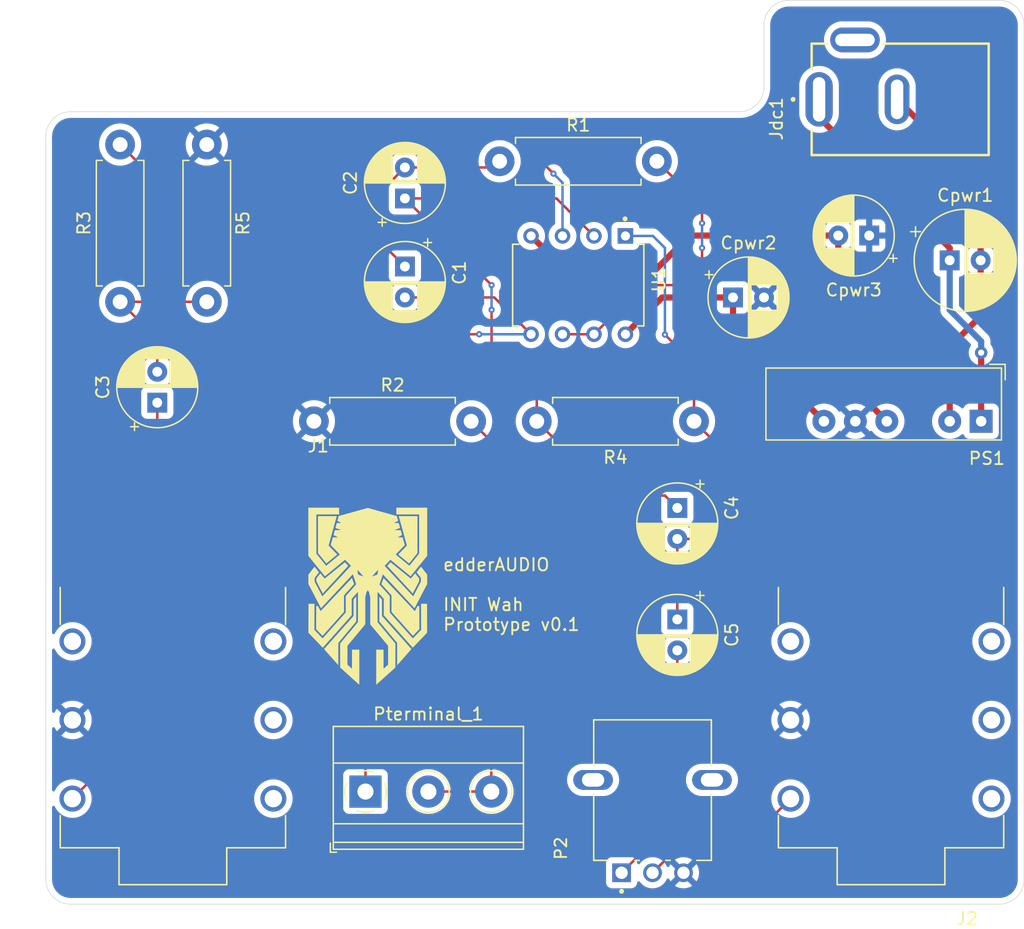
<source format=kicad_pcb>
(kicad_pcb (version 20240108) (generator "pcbnew") (generator_version "8.0")
  (layers (0 "F.Cu" signal) (31 "B.Cu" signal) (34 "B.Paste" user) (35 "F.Paste" user) (36 "B.SilkS" user "B.Silkscreen") (37 "F.SilkS" user "F.Silkscreen") (38 "B.Mask" user) (39 "F.Mask" user) (44 "Edge.Cuts" user))
  (net 0 "")
  (net 1 "Net-(C1-Pad1)")
  (net 2 "Net-(U1A-1IN-)")
  (net 3 "Net-(C3-Pad1)")
  (net 4 "Net-(C3-Pad2)")
  (net 5 "Net-(U1A-1OUT)")
  (net 6 "Net-(C5-Pad2)")
  (net 7 "+12V")
  (net 8 "GND")
  (net 9 "-12V")
  (net 10 "Net-(PS1-+Vin)")
  (net 11 "Net-(PS1--Vin)")
  (net 17 "Net-(J2-PadT)")
  (net 22 "Net-(U1B-2IN-)")
  (net 23 "Net-(U1A-1IN+)")
  (net 24 "Net-(Pterminal_1-Pin_1)")
  (net 25 "Net-(Pterminal_1-Pin_2)")
  (footprint "Capacitor_THT:CP_Radial_D6.3mm_P2.50mm" (layer "F.Cu") (at 221.5 102)
    (property "Reference" "Cpwr2" (at 1.25 -4.4 0) (layer "F.SilkS"))
    (property "Value" "2.2u")
    (pad "1" thru_hole rect (at 0 0) (size 1.6 1.6) (drill 0.8) (layers "*.Cu" "*.Mask") (net 7 "+12V"))
    (pad "2" thru_hole circle (at 2.5 0) (size 1.6 1.6) (drill 0.8) (layers "*.Cu" "*.Mask") (net 8 "GND"))
  )
  (footprint "Jack DCJ200 DC_2.1_THT:GCT_DCJ200-10-A-XX-K_REVA" (layer "F.Cu") (at 235 86 90)
    (property "Reference" "Jdc1" (at -1.575 -10 -90) (layer "F.SilkS"))
    (property "Value" "DC 9V")
    (pad "1" thru_hole oval (at 0 -6.55 90) (size 4.4 2.2) (drill oval 3.6 1) (layers "*.Cu" "*.Mask") (net 10 "Net-(PS1-+Vin)"))
    (pad "2" thru_hole oval (at 0 -0.25 90) (size 4 2) (drill oval 3.2 1) (layers "*.Cu" "*.Mask") (net 11 "Net-(PS1--Vin)"))
    (pad "3" thru_hole oval (at 4.8 -3.65 90) (size 2 4) (drill oval 1 3.2) (layers "*.Cu" "*.Mask"))
  )
  (footprint "TRS_JACK_6.3mm:NEUTRIK_NMJ6HFD2-AU" (layer "F.Cu") (at 176.26175 125.425 180)
    (property "Reference" "J1" (at -11.73825 11.425 180) (layer "F.SilkS"))
    (property "Value" "Input Jack")
    (pad "R" thru_hole circle (at 8.115 -10.7 180) (size 2.1 2.1) (drill 1.4) (layers "*.Cu" "*.Mask") (net 8 "GND"))
    (pad "RN" thru_hole circle (at -8.115 -10.7 180) (size 2.1 2.1) (drill 1.4) (layers "*.Cu" "*.Mask"))
    (pad "S" thru_hole circle (at 8.115 -4.35 180) (size 2.1 2.1) (drill 1.4) (layers "*.Cu" "*.Mask"))
    (pad "SN" thru_hole circle (at -8.115 -4.35 180) (size 2.1 2.1) (drill 1.4) (layers "*.Cu" "*.Mask"))
    (pad "T" thru_hole circle (at 8.115 -17.05 180) (size 2.1 2.1) (drill 1.4) (layers "*.Cu" "*.Mask") (net 3 "Net-(C3-Pad1)"))
    (pad "TN" thru_hole circle (at -8.115 -17.05 180) (size 2.1 2.1) (drill 1.4) (layers "*.Cu" "*.Mask"))
  )
  (footprint "Converter_DCDC:Converter_DCDC_XP_POWER-IAxxxxS_THT" (layer "F.Cu") (at 241.54 112 -90)
    (property "Reference" "PS1" (at 3 -0.46 180) (layer "F.SilkS"))
    (property "Value" "IA1209S")
    (pad "1" thru_hole rect (at 0 0 270) (size 1.85 1.85) (drill 0.85) (layers "*.Cu" "*.Mask") (net 10 "Net-(PS1-+Vin)"))
    (pad "2" thru_hole circle (at 0 2.54 270) (size 1.85 1.85) (drill 0.85) (layers "*.Cu" "*.Mask") (net 11 "Net-(PS1--Vin)"))
    (pad "4" thru_hole circle (at 0 7.62 270) (size 1.85 1.85) (drill 0.85) (layers "*.Cu" "*.Mask") (net 9 "-12V"))
    (pad "5" thru_hole circle (at 0 10.16 270) (size 1.85 1.85) (drill 0.85) (layers "*.Cu" "*.Mask") (net 8 "GND"))
    (pad "6" thru_hole circle (at 0 12.7 270) (size 1.85 1.85) (drill 0.85) (layers "*.Cu" "*.Mask") (net 7 "+12V"))
  )
  (footprint "Capacitor_THT:CP_Radial_D6.3mm_P2.50mm" (layer "F.Cu") (at 195 99.5 -90)
    (property "Reference" "C1" (at 0.5 -4.4 90) (layer "F.SilkS"))
    (property "Value" "0.47u")
    (pad "1" thru_hole rect (at 0 0 270) (size 1.6 1.6) (drill 0.8) (layers "*.Cu" "*.Mask") (net 1 "Net-(C1-Pad1)"))
    (pad "2" thru_hole circle (at 2.5 0 270) (size 1.6 1.6) (drill 0.8) (layers "*.Cu" "*.Mask") (net 24 "Net-(Pterminal_1-Pin_1)"))
  )
  (footprint "Resistor_THT:R_Axial_DIN0411_L9.9mm_D3.6mm_P12.70mm_Horizontal" (layer "F.Cu") (at 202.65 91)
    (property "Reference" "R1" (at 6.35 -2.92 0) (layer "F.SilkS"))
    (property "Value" "100")
    (pad "1" thru_hole circle (at 0 0) (size 2.4 2.4) (drill 1.2) (layers "*.Cu" "*.Mask") (net 1 "Net-(C1-Pad1)"))
    (pad "2" thru_hole oval (at 12.7 0) (size 2.4 2.4) (drill 1.2) (layers "*.Cu" "*.Mask") (net 22 "Net-(U1B-2IN-)"))
  )
  (footprint "Gráficos:Kraken_15cm" (layer "F.Cu") (at 192 127)
    (property "Reference" "G***" (hide yes))
    (property "Value" "LOGO" (hide yes))
  )
  (footprint "TL072:TL072footprint" (layer "F.Cu") (at 209 101 -90)
    (property "Reference" "U1" (at -0.42932 -6.51912 90) (layer "F.SilkS") (effects (font (size 1.004583 1.004583))))
    (property "Value" "TL072")
    (pad "1" thru_hole rect (at -3.97 -3.81 270) (size 1.248 1.248) (drill 0.74) (layers "*.Cu" "*.Mask") (net 5 "Net-(U1A-1OUT)"))
    (pad "2" thru_hole circle (at -3.97 -1.27 270) (size 1.248 1.248) (drill 0.74) (layers "*.Cu" "*.Mask") (net 2 "Net-(U1A-1IN-)"))
    (pad "3" thru_hole circle (at -3.97 1.27 270) (size 1.248 1.248) (drill 0.74) (layers "*.Cu" "*.Mask") (net 23 "Net-(U1A-1IN+)"))
    (pad "4" thru_hole circle (at -3.97 3.81 270) (size 1.248 1.248) (drill 0.74) (layers "*.Cu" "*.Mask") (net 9 "-12V"))
    (pad "5" thru_hole circle (at 3.97 3.81 270) (size 1.248 1.248) (drill 0.74) (layers "*.Cu" "*.Mask") (net 24 "Net-(Pterminal_1-Pin_1)"))
    (pad "6" thru_hole circle (at 3.97 1.27 270) (size 1.248 1.248) (drill 0.74) (layers "*.Cu" "*.Mask") (net 22 "Net-(U1B-2IN-)"))
    (pad "7" thru_hole circle (at 3.97 -1.27 270) (size 1.248 1.248) (drill 0.74) (layers "*.Cu" "*.Mask") (net 22 "Net-(U1B-2IN-)"))
    (pad "8" thru_hole circle (at 3.97 -3.81 270) (size 1.248 1.248) (drill 0.74) (layers "*.Cu" "*.Mask") (net 7 "+12V"))
  )
  (footprint "Resistor_THT:R_Axial_DIN0411_L9.9mm_D3.6mm_P12.70mm_Horizontal" (layer "F.Cu") (at 172 102.35 90)
    (property "Reference" "R3" (at 6.35 -2.92 -90) (layer "F.SilkS"))
    (property "Value" "270k")
    (pad "1" thru_hole circle (at 0 0 90) (size 2.4 2.4) (drill 1.2) (layers "*.Cu" "*.Mask") (net 4 "Net-(C3-Pad2)"))
    (pad "2" thru_hole oval (at 12.7 0 90) (size 2.4 2.4) (drill 1.2) (layers "*.Cu" "*.Mask") (net 23 "Net-(U1A-1IN+)"))
  )
  (footprint "Resistor_THT:R_Axial_DIN0411_L9.9mm_D3.6mm_P12.70mm_Horizontal" (layer "F.Cu") (at 179 89.65 -90)
    (property "Reference" "R5" (at 6.35 -2.92 90) (layer "F.SilkS"))
    (property "Value" "10k")
    (pad "1" thru_hole circle (at 0 0 270) (size 2.4 2.4) (drill 1.2) (layers "*.Cu" "*.Mask") (net 8 "GND"))
    (pad "2" thru_hole oval (at 12.7 0 270) (size 2.4 2.4) (drill 1.2) (layers "*.Cu" "*.Mask") (net 4 "Net-(C3-Pad2)"))
  )
  (footprint "Capacitor_THT:CP_Radial_D6.3mm_P2.50mm" (layer "F.Cu") (at 232.5 97 180)
    (property "Reference" "Cpwr3" (at 1.25 -4.4 180) (layer "F.SilkS"))
    (property "Value" "2.2u")
    (pad "1" thru_hole rect (at 0 0 180) (size 1.6 1.6) (drill 0.8) (layers "*.Cu" "*.Mask") (net 8 "GND"))
    (pad "2" thru_hole circle (at 2.5 0 180) (size 1.6 1.6) (drill 0.8) (layers "*.Cu" "*.Mask") (net 9 "-12V"))
  )
  (footprint "Capacitor_THT:CP_Radial_D6.3mm_P2.50mm" (layer "F.Cu") (at 195 94 90)
    (property "Reference" "C2" (at 1.25 -4.4 -90) (layer "F.SilkS"))
    (property "Value" "0.47u")
    (pad "1" thru_hole rect (at 0 0 90) (size 1.6 1.6) (drill 0.8) (layers "*.Cu" "*.Mask") (net 2 "Net-(U1A-1IN-)"))
    (pad "2" thru_hole circle (at 2.5 0 90) (size 1.6 1.6) (drill 0.8) (layers "*.Cu" "*.Mask") (net 1 "Net-(C1-Pad1)"))
  )
  (footprint "Resistor_THT:R_Axial_DIN0411_L9.9mm_D3.6mm_P12.70mm_Horizontal" (layer "F.Cu") (at 187.65 112)
    (property "Reference" "R2" (at 6.35 -2.92 0) (layer "F.SilkS"))
    (property "Value" "220")
    (pad "1" thru_hole circle (at 0 0) (size 2.4 2.4) (drill 1.2) (layers "*.Cu" "*.Mask") (net 8 "GND"))
    (pad "2" thru_hole oval (at 12.7 0) (size 2.4 2.4) (drill 1.2) (layers "*.Cu" "*.Mask") (net 25 "Net-(Pterminal_1-Pin_2)"))
  )
  (footprint "TRS_JACK_6.3mm:NEUTRIK_NMJ6HFD2-AU" (layer "F.Cu") (at 234.26175 125.425 180)
    (property "Reference" "J2" (at -6.145 -26.75 180) (layer "F.SilkS"))
    (property "Value" "Output jack")
    (pad "R" thru_hole circle (at 8.115 -10.7 180) (size 2.1 2.1) (drill 1.4) (layers "*.Cu" "*.Mask") (net 8 "GND"))
    (pad "RN" thru_hole circle (at -8.115 -10.7 180) (size 2.1 2.1) (drill 1.4) (layers "*.Cu" "*.Mask"))
    (pad "S" thru_hole circle (at 8.115 -4.35 180) (size 2.1 2.1) (drill 1.4) (layers "*.Cu" "*.Mask"))
    (pad "SN" thru_hole circle (at -8.115 -4.35 180) (size 2.1 2.1) (drill 1.4) (layers "*.Cu" "*.Mask"))
    (pad "T" thru_hole circle (at 8.115 -17.05 180) (size 2.1 2.1) (drill 1.4) (layers "*.Cu" "*.Mask") (net 17 "Net-(J2-PadT)"))
    (pad "TN" thru_hole circle (at -8.115 -17.05 180) (size 2.1 2.1) (drill 1.4) (layers "*.Cu" "*.Mask"))
  )
  (footprint "Capacitor_THT:CP_Radial_D8.0mm_P2.50mm" (layer "F.Cu") (at 239 99)
    (property "Reference" "Cpwr1" (at 1.25 -5.25 0) (layer "F.SilkS"))
    (property "Value" "100u")
    (pad "1" thru_hole rect (at 0 0) (size 1.6 1.6) (drill 0.8) (layers "*.Cu" "*.Mask") (net 10 "Net-(PS1-+Vin)"))
    (pad "2" thru_hole circle (at 2.5 0) (size 1.6 1.6) (drill 0.8) (layers "*.Cu" "*.Mask") (net 11 "Net-(PS1--Vin)"))
  )
  (footprint "Resistor_THT:R_Axial_DIN0411_L9.9mm_D3.6mm_P12.70mm_Horizontal" (layer "F.Cu") (at 218.35 112 180)
    (property "Reference" "R4" (at 6.35 -2.92 180) (layer "F.SilkS"))
    (property "Value" "10k")
    (pad "1" thru_hole circle (at 0 0 180) (size 2.4 2.4) (drill 1.2) (layers "*.Cu" "*.Mask") (net 5 "Net-(U1A-1OUT)"))
    (pad "2" thru_hole oval (at 12.7 0 180) (size 2.4 2.4) (drill 1.2) (layers "*.Cu" "*.Mask") (net 2 "Net-(U1A-1IN-)"))
  )
  (footprint "Capacitor_THT:CP_Radial_D6.3mm_P2.50mm" (layer "F.Cu") (at 217 128 -90)
    (property "Reference" "C5" (at 1.25 -4.4 90) (layer "F.SilkS"))
    (property "Value" "10u")
    (pad "1" thru_hole rect (at 0 0 270) (size 1.6 1.6) (drill 0.8) (layers "*.Cu" "*.Mask") (net 5 "Net-(U1A-1OUT)"))
    (pad "2" thru_hole circle (at 2.5 0 270) (size 1.6 1.6) (drill 0.8) (layers "*.Cu" "*.Mask") (net 6 "Net-(C5-Pad2)"))
  )
  (footprint "9mm APLHA:POT_RD901F-40-15R1-B100K-00DL1" (layer "F.Cu") (at 215 140.9625 90)
    (property "Reference" "P2" (at -5.525 -7.4 -90) (layer "F.SilkS") (effects (font (size 0.944882 0.944882))))
    (property "Value" "10K")
    (pad "1" thru_hole rect (at -7.5 -2.5 90) (size 1.508 1.508) (drill 1) (layers "*.Cu" "*.Mask") (net 6 "Net-(C5-Pad2)"))
    (pad "2" thru_hole circle (at -7.5 0 90) (size 1.508 1.508) (drill 1) (layers "*.Cu" "*.Mask") (net 17 "Net-(J2-PadT)"))
    (pad "3" thru_hole circle (at -7.5 2.5 90) (size 1.508 1.508) (drill 1) (layers "*.Cu" "*.Mask") (net 8 "GND"))
    (pad "SH1" thru_hole oval (at 0 -4.8 90) (size 1.6 3.2) (drill oval 1.1 1.8) (layers "*.Cu" "*.Mask"))
    (pad "SH2" thru_hole oval (at 0 4.8 90) (size 1.6 3.2) (drill oval 1.1 1.8) (layers "*.Cu" "*.Mask"))
  )
  (footprint "TerminalBlock_Phoenix:TerminalBlock_Phoenix_MKDS-1,5-3-5.08_1x03_P5.08mm_Horizontal" (layer "F.Cu") (at 191.815 141.905)
    (property "Reference" "Pterminal_1" (at 5.08 -6.26 0) (layer "F.SilkS"))
    (property "Value" "Screw_Terminal_01x03")
    (pad "1" thru_hole rect (at 0 0) (size 2.6 2.6) (drill 1.3) (layers "*.Cu" "*.Mask") (net 24 "Net-(Pterminal_1-Pin_1)"))
    (pad "2" thru_hole circle (at 5.08 0) (size 2.6 2.6) (drill 1.3) (layers "*.Cu" "*.Mask") (net 25 "Net-(Pterminal_1-Pin_2)"))
    (pad "3" thru_hole circle (at 10.16 0) (size 2.6 2.6) (drill 1.3) (layers "*.Cu" "*.Mask") (net 25 "Net-(Pterminal_1-Pin_2)"))
  )
  (footprint "Capacitor_THT:CP_Radial_D6.3mm_P2.50mm" (layer "F.Cu") (at 217 119 -90)
    (property "Reference" "C4" (at 0 -4.4 90) (layer "F.SilkS"))
    (property "Value" "0.1u")
    (pad "1" thru_hole rect (at 0 0 270) (size 1.6 1.6) (drill 0.8) (layers "*.Cu" "*.Mask") (net 2 "Net-(U1A-1IN-)"))
    (pad "2" thru_hole circle (at 2.5 0 270) (size 1.6 1.6) (drill 0.8) (layers "*.Cu" "*.Mask") (net 5 "Net-(U1A-1OUT)"))
  )
  (footprint "Capacitor_THT:CP_Radial_D6.3mm_P2.50mm" (layer "F.Cu") (at 175 110.5 90)
    (property "Reference" "C3" (at 1.25 -4.4 -90) (layer "F.SilkS"))
    (property "Value" "0.1u")
    (pad "1" thru_hole rect (at 0 0 90) (size 1.6 1.6) (drill 0.8) (layers "*.Cu" "*.Mask") (net 3 "Net-(C3-Pad1)"))
    (pad "2" thru_hole circle (at 2.5 0 90) (size 1.6 1.6) (drill 0.8) (layers "*.Cu" "*.Mask") (net 4 "Net-(C3-Pad2)"))
  )
  (gr_arc (start 166 89) (mid 166.585786 87.585786) (end 168 87) (stroke (width 0.05)) (layer "Edge.Cuts"))
  (gr_line (start 224 80) (end 224 85) (stroke (width 0.05)) (layer "Edge.Cuts"))
  (gr_arc (start 245 149) (mid 244.414214 150.414214) (end 243 151) (stroke (width 0.05)) (layer "Edge.Cuts"))
  (gr_arc (start 224 85) (mid 223.414214 86.414214) (end 222 87) (stroke (width 0.05)) (layer "Edge.Cuts"))
  (gr_arc (start 243 78) (mid 244.414214 78.585786) (end 245 80) (stroke (width 0.05)) (layer "Edge.Cuts"))
  (gr_line (start 243 151) (end 168 151) (stroke (width 0.05)) (layer "Edge.Cuts"))
  (gr_arc (start 168 151) (mid 166.585786 150.414214) (end 166 149) (stroke (width 0.05)) (layer "Edge.Cuts"))
  (gr_line (start 168 87) (end 222 87) (stroke (width 0.05)) (layer "Edge.Cuts"))
  (gr_arc (start 224 80) (mid 224.585786 78.585786) (end 226 78) (stroke (width 0.05)) (layer "Edge.Cuts"))
  (gr_line (start 245 80) (end 245 149) (stroke (width 0.05)) (layer "Edge.Cuts"))
  (gr_line (start 226 78) (end 243 78) (stroke (width 0.05)) (layer "Edge.Cuts"))
  (gr_line (start 166 149) (end 166 89) (stroke (width 0.05)) (layer "Edge.Cuts"))
  (gr_text "edderAUDIO\n\nINIT Wah\nPrototype v0.1" (at 198 129 0) (layer "F.SilkS") (effects (font (size 1 1)) (justify left bottom)))
  (segment (start 193 93.5) (end 195 91.5) (width 0.2) (layer "F.Cu") (net 1))
  (segment (start 202.15 91.5) (end 202.65 91) (width 0.2) (layer "F.Cu") (net 1))
  (segment (start 195 91.5) (end 202.15 91.5) (width 0.2) (layer "F.Cu") (net 1))
  (segment (start 195 99.5) (end 193 97.5) (width 0.2) (layer "F.Cu") (net 1))
  (segment (start 193 97.5) (end 193 93.5) (width 0.2) (layer "F.Cu") (net 1))
  (segment (start 202 106) (end 202 105) (width 0.2) (layer "F.Cu") (net 2))
  (segment (start 217.35 118.65) (end 217 119) (width 0.2) (layer "F.Cu") (net 2))
  (segment (start 217 119) (end 216 118) (width 0.2) (layer "F.Cu") (net 2))
  (segment (start 202 101) (end 195 94) (width 0.2) (layer "F.Cu") (net 2))
  (segment (start 211.65 118) (end 205.65 112) (width 0.2) (layer "F.Cu") (net 2))
  (segment (start 195 94) (end 207.24 94) (width 0.2) (layer "F.Cu") (net 2))
  (segment (start 205.65 112) (end 205.65 109.65) (width 0.2) (layer "F.Cu") (net 2))
  (segment (start 205.65 109.65) (end 202 106) (width 0.2) (layer "F.Cu") (net 2))
  (segment (start 207.24 94) (end 210.27 97.03) (width 0.2) (layer "F.Cu") (net 2))
  (segment (start 202 105) (end 202 103) (width 0.2) (layer "F.Cu") (net 2))
  (segment (start 216 118) (end 211.65 118) (width 0.2) (layer "F.Cu") (net 2))
  (via (at 202 101) (size 0.5) (drill 0.2) (layers "F.Cu" "B.Cu") (net 2))
  (via (at 202 103) (size 0.5) (drill 0.2) (layers "F.Cu" "B.Cu") (net 2))
  (segment (start 202 103) (end 202 101) (width 0.2) (layer "B.Cu") (net 2))
  (segment (start 168.14675 142.475) (end 171 139.62175) (width 0.2) (layer "F.Cu") (net 3))
  (segment (start 171 134) (end 175 130) (width 0.2) (layer "F.Cu") (net 3))
  (segment (start 175 130) (end 175 110.5) (width 0.2) (layer "F.Cu") (net 3))
  (segment (start 171 139.62175) (end 171 134) (width 0.2) (layer "F.Cu") (net 3))
  (segment (start 175 108) (end 175 105.35) (width 0.2) (layer "F.Cu") (net 4))
  (segment (start 179 102.35) (end 172 102.35) (width 0.2) (layer "F.Cu") (net 4))
  (segment (start 175 105.35) (end 172 102.35) (width 0.2) (layer "F.Cu") (net 4))
  (segment (start 217 121.5) (end 218.5 121.5) (width 0.2) (layer "F.Cu") (net 5))
  (segment (start 218.35 107.35) (end 216 105) (width 0.2) (layer "F.Cu") (net 5))
  (segment (start 218.5 121.5) (end 220 120) (width 0.2) (layer "F.Cu") (net 5))
  (segment (start 220 120) (end 220 113.65) (width 0.2) (layer "F.Cu") (net 5))
  (segment (start 220 113.65) (end 218.35 112) (width 0.2) (layer "F.Cu") (net 5))
  (segment (start 218.35 112) (end 218.35 107.35) (width 0.2) (layer "F.Cu") (net 5))
  (segment (start 217 121.5) (end 217 128) (width 0.2) (layer "F.Cu") (net 5))
  (via (at 216 105) (size 0.5) (drill 0.2) (layers "F.Cu" "B.Cu") (net 5))
  (segment (start 212.81 97.03) (end 215.03 97.03) (width 0.2) (layer "B.Cu") (net 5))
  (segment (start 216 98) (end 216 105) (width 0.2) (layer "B.Cu") (net 5))
  (segment (start 215.03 97.03) (end 216 98) (width 0.2) (layer "B.Cu") (net 5))
  (segment (start 214 146.9625) (end 212.5 148.4625) (width 0.2) (layer "F.Cu") (net 6))
  (segment (start 217 130.5) (end 217 135) (width 0.2) (layer "F.Cu") (net 6))
  (segment (start 217 135) (end 214 138) (width 0.2) (layer "F.Cu") (net 6))
  (segment (start 214 138) (end 214 146.9625) (width 0.2) (layer "F.Cu") (net 6))
  (segment (start 215.78 102) (end 212.81 104.97) (width 0.5) (layer "F.Cu") (net 7))
  (segment (start 221.5 104.66) (end 221.5 102) (width 0.5) (layer "F.Cu") (net 7))
  (segment (start 228.84 112) (end 221.5 104.66) (width 0.5) (layer "F.Cu") (net 7))
  (segment (start 221.5 102) (end 215.78 102) (width 0.5) (layer "F.Cu") (net 7))
  (segment (start 230 97) (end 218 97) (width 0.5) (layer "F.Cu") (net 9))
  (segment (start 230 108.08) (end 233.92 112) (width 0.5) (layer "F.Cu") (net 9))
  (segment (start 230 97) (end 230 108.08) (width 0.5) (layer "F.Cu") (net 9))
  (segment (start 208.16 100) (end 205.19 97.03) (width 0.5) (layer "F.Cu") (net 9))
  (segment (start 218 97) (end 215 100) (width 0.5) (layer "F.Cu") (net 9))
  (segment (start 215 100) (end 208.16 100) (width 0.5) (layer "F.Cu") (net 9))
  (segment (start 241.54 106.46) (end 241.54 112) (width 0.5) (layer "F.Cu") (net 10))
  (segment (start 239 99) (end 239 98) (width 0.5) (layer "F.Cu") (net 10))
  (segment (start 228.45 87.45) (end 228.45 86) (width 0.5) (layer "F.Cu") (net 10))
  (segment (start 239 98) (end 228.45 87.45) (width 0.5) (layer "F.Cu") (net 10))
  (via (at 241.54 106.46) (size 1) (drill 0.5) (layers "F.Cu" "B.Cu") (net 10))
  (segment (start 239 103) (end 239 99) (width 0.5) (layer "B.Cu") (net 10))
  (segment (start 241.54 105.54) (end 239 103) (width 0.5) (layer "B.Cu") (net 10))
  (segment (start 241.54 106.46) (end 241.54 105.54) (width 0.5) (layer "B.Cu") (net 10))
  (segment (start 241.5 103.5) (end 239 106) (width 0.5) (layer "F.Cu") (net 11))
  (segment (start 241.5 99) (end 241.5 103.5) (width 0.5) (layer "F.Cu") (net 11))
  (segment (start 241.5 99) (end 241.5 92.75) (width 0.5) (layer "F.Cu") (net 11))
  (segment (start 239 106) (end 239 112) (width 0.5) (layer "F.Cu") (net 11))
  (segment (start 241.5 92.75) (end 234.75 86) (width 0.5) (layer "F.Cu") (net 11))
  (segment (start 215 148.4625) (end 218.4625 145) (width 0.2) (layer "F.Cu") (net 17))
  (segment (start 223.62175 145) (end 226.14675 142.475) (width 0.2) (layer "F.Cu") (net 17))
  (segment (start 218.4625 145) (end 223.62175 145) (width 0.2) (layer "F.Cu") (net 17))
  (segment (start 217 101) (end 219 99) (width 0.2) (layer "F.Cu") (net 22))
  (segment (start 210.27 104.97) (end 214.24 101) (width 0.2) (layer "F.Cu") (net 22))
  (segment (start 219 99) (end 219 98) (width 0.2) (layer "F.Cu") (net 22))
  (segment (start 214.24 101) (end 217 101) (width 0.2) (layer "F.Cu") (net 22))
  (segment (start 219 96) (end 219 94.65) (width 0.2) (layer "F.Cu") (net 22))
  (segment (start 219 94.65) (end 215.35 91) (width 0.2) (layer "F.Cu") (net 22))
  (segment (start 210.27 104.97) (end 207.73 104.97) (width 0.2) (layer "F.Cu") (net 22))
  (via (at 219 98) (size 0.5) (drill 0.2) (layers "F.Cu" "B.Cu") (net 22))
  (via (at 219 96) (size 0.5) (drill 0.2) (layers "F.Cu" "B.Cu") (net 22))
  (segment (start 219 98) (end 219 96) (width 0.2) (layer "B.Cu") (net 22))
  (segment (start 175 96) (end 183 96) (width 0.2) (layer "F.Cu") (net 23))
  (segment (start 172 89.65) (end 173.5 91.15) (width 0.2) (layer "F.Cu") (net 23))
  (segment (start 183 96) (end 191 88) (width 0.2) (layer "F.Cu") (net 23))
  (segment (start 203 88) (end 207 92) (width 0.2) (layer "F.Cu") (net 23))
  (segment (start 191 88) (end 203 88) (width 0.2) (layer "F.Cu") (net 23))
  (segment (start 173.5 91.15) (end 173.5 94.5) (width 0.2) (layer "F.Cu") (net 23))
  (segment (start 173.5 94.5) (end 175 96) (width 0.2) (layer "F.Cu") (net 23))
  (via (at 207 92) (size 0.5) (drill 0.2) (layers "F.Cu" "B.Cu") (net 23))
  (segment (start 207.73 92.73) (end 207.73 97.03) (width 0.2) (layer "B.Cu") (net 23))
  (segment (start 207 92) (end 207.73 92.73) (width 0.2) (layer "B.Cu") (net 23))
  (segment (start 191.815 141.905) (end 191.815 113.185) (width 0.2) (layer "F.Cu") (net 24))
  (segment (start 191.815 113.185) (end 200.03 104.97) (width 0.2) (layer "F.Cu") (net 24))
  (segment (start 202.22 102) (end 205.19 104.97) (width 0.2) (layer "F.Cu") (net 24))
  (segment (start 195 102) (end 202.22 102) (width 0.2) (layer "F.Cu") (net 24))
  (segment (start 200.03 104.97) (end 201 104.97) (width 0.2) (layer "F.Cu") (net 24))
  (via (at 201 104.97) (size 0.5) (drill 0.2) (layers "F.Cu" "B.Cu") (net 24))
  (segment (start 201 104.97) (end 205.19 104.97) (width 0.2) (layer "B.Cu") (net 24))
  (segment (start 196.895 141.905) (end 201.975 141.905) (width 0.2) (layer "F.Cu") (net 25))
  (segment (start 201.975 138.225) (end 201.975 141.905) (width 0.2) (layer "F.Cu") (net 25))
  (segment (start 203 137.2) (end 201.975 138.225) (width 0.2) (layer "F.Cu") (net 25))
  (segment (start 203 114.65) (end 203 137.2) (width 0.2) (layer "F.Cu") (net 25))
  (segment (start 200.35 112) (end 203 114.65) (width 0.2) (layer "F.Cu") (net 25))
  (zone (net 8) (net_name "GND") (layer "B.Cu") (connect_pads (clearance 0.5)) (min_thickness 0.25) (fill yes (thermal_gap 0.5) (thermal_bridge_width 0.5) (island_removal_mode 1) (island_area_min 10))
    (polygon (pts (xy 245 78) (xy 166 78) (xy 166 151) (xy 245 151)))
  )
)
</source>
